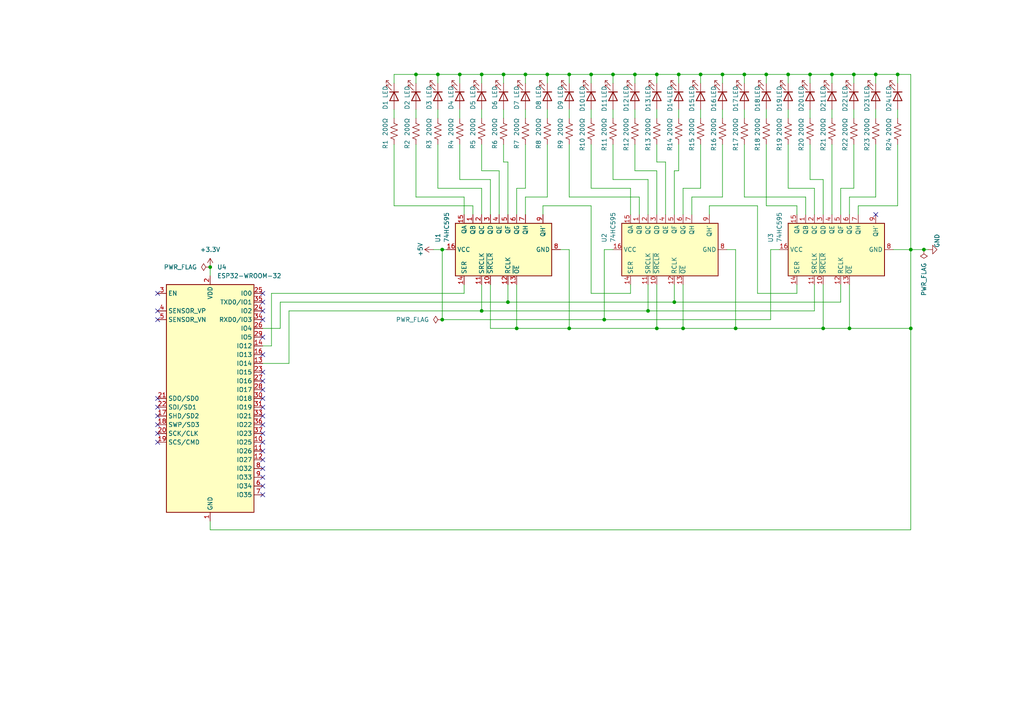
<source format=kicad_sch>
(kicad_sch (version 20211123) (generator eeschema)
  (paper "A4")
  (title_block (date "2024-01-21") (rev "1.0"))
  (lib_symbols
    (symbol "74xx:74HC595"
      (property "Reference" "U" (at -7.62 13.97 0))
      (property "Value" "74HC595" (at -7.62 -16.51 0))
      (symbol "74HC595_1_0"
        (pin tri_state line (at 10.16 7.62 180) (length 2.54) (name "QB") (number "1"))
        (pin input line (at -10.16 2.54 0) (length 2.54) (name "~{SRCLR}") (number "10"))
        (pin input line (at -10.16 5.08 0) (length 2.54) (name "SRCLK") (number "11"))
        (pin input line (at -10.16 -2.54 0) (length 2.54) (name "RCLK") (number "12"))
        (pin input line (at -10.16 -5.08 0) (length 2.54) (name "~{OE}") (number "13"))
        (pin input line (at -10.16 10.16 0) (length 2.54) (name "SER") (number "14"))
        (pin tri_state line (at 10.16 10.16 180) (length 2.54) (name "QA") (number "15"))
        (pin power_in line (at 0 15.24 270) (length 2.54) (name "VCC") (number "16"))
        (pin tri_state line (at 10.16 5.08 180) (length 2.54) (name "QC") (number "2"))
        (pin tri_state line (at 10.16 2.54 180) (length 2.54) (name "QD") (number "3"))
        (pin tri_state line (at 10.16 0 180) (length 2.54) (name "QE") (number "4"))
        (pin tri_state line (at 10.16 -2.54 180) (length 2.54) (name "QF") (number "5"))
        (pin tri_state line (at 10.16 -5.08 180) (length 2.54) (name "QG") (number "6"))
        (pin tri_state line (at 10.16 -7.62 180) (length 2.54) (name "QH") (number "7"))
        (pin power_in line (at 0 -17.78 90) (length 2.54) (name "GND") (number "8"))
        (pin output line (at 10.16 -12.7 180) (length 2.54) (name "QH'") (number "9"))
      )
      (symbol "74HC595_1_1"
        (rectangle (start -7.62 12.7) (end 7.62 -15.24) (stroke (width 0.254)) (fill (type background)))
      )
    )
    (symbol "Device:LED" (pin_numbers hide) (pin_names (offset 1.016) hide)
      (property "Reference" "D" (at 0 2.54 0))
      (property "Value" "LED" (at 0 -2.54 0))
      (symbol "LED_0_1"
        (polyline (pts (xy -1.27 -1.27) (xy -1.27 1.27)) (stroke (width 0.254)))
        (polyline (pts (xy -1.27 0) (xy 1.27 0)))
        (polyline (pts (xy 1.27 -1.27) (xy 1.27 1.27) (xy -1.27 0) (xy 1.27 -1.27)) (stroke (width 0.254)))
        (polyline (pts (xy -3.048 -0.762) (xy -4.572 -2.286) (xy -3.81 -2.286) (xy -4.572 -2.286) (xy -4.572 -1.524)))
        (polyline (pts (xy -1.778 -0.762) (xy -3.302 -2.286) (xy -2.54 -2.286) (xy -3.302 -2.286) (xy -3.302 -1.524)))
      )
      (symbol "LED_1_1"
        (pin passive line (at -3.81 0 0) (length 2.54) (name "K") (number "1"))
        (pin passive line (at 3.81 0 180) (length 2.54) (name "A") (number "2"))
      )
    )
    (symbol "Device:R_US" (pin_numbers hide) (pin_names (offset 0))
      (property "Reference" "R" (at 2.54 0 90))
      (property "Value" "R_US" (at -2.54 0 90))
      (symbol "R_US_0_1"
        (polyline (pts (xy 0 -2.286) (xy 0 -2.54)))
        (polyline (pts (xy 0 2.286) (xy 0 2.54)))
        (polyline (pts (xy 0 -0.762) (xy 1.016 -1.143) (xy 0 -1.524) (xy -1.016 -1.905) (xy 0 -2.286)))
        (polyline (pts (xy 0 0.762) (xy 1.016 0.381) (xy 0 0) (xy -1.016 -0.381) (xy 0 -0.762)))
        (polyline (pts (xy 0 2.286) (xy 1.016 1.905) (xy 0 1.524) (xy -1.016 1.143) (xy 0 0.762)))
      )
      (symbol "R_US_1_1"
        (pin passive line (at 0 3.81 270) (length 1.27) (name "~") (number "1"))
        (pin passive line (at 0 -3.81 90) (length 1.27) (name "~") (number "2"))
      )
    )
    (symbol "RF_Module:ESP32-WROOM-32"
      (property "Reference" "U" (at -12.7 34.29 0))
      (property "Value" "ESP32-WROOM-32" (at 1.27 34.29 0))
      (symbol "ESP32-WROOM-32_0_1"
        (rectangle (start -12.7 33.02) (end 12.7 -33.02) (stroke (width 0.254)) (fill (type background)))
      )
      (symbol "ESP32-WROOM-32_1_1"
        (pin power_in line (at 0 -35.56 90) (length 2.54) (name "GND") (number "1"))
        (pin bidirectional line (at 15.24 -12.7 180) (length 2.54) (name "IO25") (number "10"))
        (pin bidirectional line (at 15.24 -15.24 180) (length 2.54) (name "IO26") (number "11"))
        (pin bidirectional line (at 15.24 -17.78 180) (length 2.54) (name "IO27") (number "12"))
        (pin bidirectional line (at 15.24 10.16 180) (length 2.54) (name "IO14") (number "13"))
        (pin bidirectional line (at 15.24 15.24 180) (length 2.54) (name "IO12") (number "14"))
        (pin passive line (at 0 -35.56 90) (length 2.54) hide (name "GND") (number "15"))
        (pin bidirectional line (at 15.24 12.7 180) (length 2.54) (name "IO13") (number "16"))
        (pin bidirectional line (at -15.24 -5.08 0) (length 2.54) (name "SHD/SD2") (number "17"))
        (pin bidirectional line (at -15.24 -7.62 0) (length 2.54) (name "SWP/SD3") (number "18"))
        (pin bidirectional line (at -15.24 -12.7 0) (length 2.54) (name "SCS/CMD") (number "19"))
        (pin power_in line (at 0 35.56 270) (length 2.54) (name "VDD") (number "2"))
        (pin bidirectional line (at -15.24 -10.16 0) (length 2.54) (name "SCK/CLK") (number "20"))
        (pin bidirectional line (at -15.24 0 0) (length 2.54) (name "SDO/SD0") (number "21"))
        (pin bidirectional line (at -15.24 -2.54 0) (length 2.54) (name "SDI/SD1") (number "22"))
        (pin bidirectional line (at 15.24 7.62 180) (length 2.54) (name "IO15") (number "23"))
        (pin bidirectional line (at 15.24 25.4 180) (length 2.54) (name "IO2") (number "24"))
        (pin bidirectional line (at 15.24 30.48 180) (length 2.54) (name "IO0") (number "25"))
        (pin bidirectional line (at 15.24 20.32 180) (length 2.54) (name "IO4") (number "26"))
        (pin bidirectional line (at 15.24 5.08 180) (length 2.54) (name "IO16") (number "27"))
        (pin bidirectional line (at 15.24 2.54 180) (length 2.54) (name "IO17") (number "28"))
        (pin bidirectional line (at 15.24 17.78 180) (length 2.54) (name "IO5") (number "29"))
        (pin input line (at -15.24 30.48 0) (length 2.54) (name "EN") (number "3"))
        (pin bidirectional line (at 15.24 0 180) (length 2.54) (name "IO18") (number "30"))
        (pin bidirectional line (at 15.24 -2.54 180) (length 2.54) (name "IO19") (number "31"))
        (pin no_connect line (at -12.7 -27.94 0) (length 2.54) hide (name "NC") (number "32"))
        (pin bidirectional line (at 15.24 -5.08 180) (length 2.54) (name "IO21") (number "33"))
        (pin bidirectional line (at 15.24 22.86 180) (length 2.54) (name "RXD0/IO3") (number "34"))
        (pin bidirectional line (at 15.24 27.94 180) (length 2.54) (name "TXD0/IO1") (number "35"))
        (pin bidirectional line (at 15.24 -7.62 180) (length 2.54) (name "IO22") (number "36"))
        (pin bidirectional line (at 15.24 -10.16 180) (length 2.54) (name "IO23") (number "37"))
        (pin passive line (at 0 -35.56 90) (length 2.54) hide (name "GND") (number "38"))
        (pin passive line (at 0 -35.56 90) (length 2.54) hide (name "GND") (number "39"))
        (pin input line (at -15.24 25.4 0) (length 2.54) (name "SENSOR_VP") (number "4"))
        (pin input line (at -15.24 22.86 0) (length 2.54) (name "SENSOR_VN") (number "5"))
        (pin input line (at 15.24 -25.4 180) (length 2.54) (name "IO34") (number "6"))
        (pin input line (at 15.24 -27.94 180) (length 2.54) (name "IO35") (number "7"))
        (pin bidirectional line (at 15.24 -20.32 180) (length 2.54) (name "IO32") (number "8"))
        (pin bidirectional line (at 15.24 -22.86 180) (length 2.54) (name "IO33") (number "9"))
      )
    )
    (symbol "power:+3.3V" (power) (pin_names (offset 0))
      (property "Value" "+3.3V" (at 0 3.556 0))
      (symbol "+3.3V_0_1"
        (polyline (pts (xy -0.762 1.27) (xy 0 2.54)))
        (polyline (pts (xy 0 0) (xy 0 2.54)))
        (polyline (pts (xy 0 2.54) (xy 0.762 1.27)))
      )
      (symbol "+3.3V_1_1"
        (pin power_in line (at 0 0 90) (length 0) hide (name "+3.3V") (number "1"))
      )
    )
    (symbol "power:+5V" (power) (pin_names (offset 0))
      (property "Value" "+5V" (at 0 3.556 0))
      (symbol "+5V_0_1"
        (polyline (pts (xy -0.762 1.27) (xy 0 2.54)))
        (polyline (pts (xy 0 0) (xy 0 2.54)))
        (polyline (pts (xy 0 2.54) (xy 0.762 1.27)))
      )
      (symbol "+5V_1_1"
        (pin power_in line (at 0 0 90) (length 0) hide (name "+5V") (number "1"))
      )
    )
    (symbol "power:GND" (power) (pin_names (offset 0))
      (property "Value" "GND" (at 0 -3.81 0))
      (symbol "GND_0_1"
        (polyline (pts (xy 0 0) (xy 0 -1.27) (xy 1.27 -1.27) (xy 0 -2.54) (xy -1.27 -1.27) (xy 0 -1.27)))
      )
      (symbol "GND_1_1"
        (pin power_in line (at 0 0 270) (length 0) hide (name "GND") (number "1"))
      )
    )
    (symbol "power:PWR_FLAG" (power) (pin_numbers hide) (pin_names (offset 0) hide)
      (property "Value" "PWR_FLAG" (at 0 3.81 0))
      (symbol "PWR_FLAG_0_0"
        (pin power_out line (at 0 0 90) (length 0) (name "pwr") (number "1"))
      )
      (symbol "PWR_FLAG_0_1"
        (polyline (pts (xy 0 0) (xy 0 1.27) (xy -1.016 1.905) (xy 0 2.54) (xy 1.016 1.905) (xy 0 1.27)))
      )
    )
  )
  (junction (at 139.7 90.17))
  (junction (at 254 21.59))
  (junction (at 133.35 21.59))
  (junction (at 175.26 92.71))
  (junction (at 139.7 21.59))
  (junction (at 146.05 21.59))
  (junction (at 241.3 21.59))
  (junction (at 195.58 87.63))
  (junction (at 222.25 21.59))
  (junction (at 190.5 21.59))
  (junction (at 149.86 95.25))
  (junction (at 120.65 21.59))
  (junction (at 171.45 21.59))
  (junction (at 127 21.59))
  (junction (at 215.9 21.59))
  (junction (at 228.6 21.59))
  (junction (at 264.16 72.39))
  (junction (at 213.36 95.25))
  (junction (at 128.27 92.71))
  (junction (at 177.8 21.59))
  (junction (at 165.1 95.25))
  (junction (at 158.75 21.59))
  (junction (at 267.97 72.39))
  (junction (at 190.5 95.25))
  (junction (at 147.32 87.63))
  (junction (at 184.15 21.59))
  (junction (at 209.55 21.59))
  (junction (at 247.65 21.59))
  (junction (at 260.35 21.59))
  (junction (at 203.2 21.59))
  (junction (at 246.38 95.25))
  (junction (at 198.12 95.25))
  (junction (at 152.4 21.59))
  (junction (at 165.1 21.59))
  (junction (at 60.96 77.47))
  (junction (at 187.96 90.17))
  (junction (at 128.27 72.39))
  (junction (at 234.95 21.59))
  (junction (at 264.16 95.25))
  (junction (at 196.85 21.59))
  (junction (at 238.76 95.25))
  (no_connect (at 76.2 113.03))
  (no_connect (at 254 62.23))
  (no_connect (at 45.72 115.57))
  (no_connect (at 76.2 90.17))
  (no_connect (at 45.72 92.71))
  (no_connect (at 76.2 118.11))
  (no_connect (at 76.2 133.35))
  (no_connect (at 76.2 85.09))
  (no_connect (at 45.72 123.19))
  (no_connect (at 45.72 125.73))
  (no_connect (at 76.2 135.89))
  (no_connect (at 76.2 138.43))
  (no_connect (at 45.72 85.09))
  (no_connect (at 76.2 87.63))
  (no_connect (at 76.2 110.49))
  (no_connect (at 76.2 130.81))
  (no_connect (at 76.2 107.95))
  (no_connect (at 76.2 128.27))
  (no_connect (at 45.72 118.11))
  (no_connect (at 45.72 120.65))
  (no_connect (at 45.72 90.17))
  (no_connect (at 76.2 123.19))
  (no_connect (at 76.2 125.73))
  (no_connect (at 76.2 140.97))
  (no_connect (at 76.2 97.79))
  (no_connect (at 76.2 102.87))
  (no_connect (at 76.2 115.57))
  (no_connect (at 76.2 143.51))
  (no_connect (at 76.2 92.71))
  (no_connect (at 45.72 128.27))
  (no_connect (at 76.2 120.65))
  (wire (pts (xy 223.52 72.39) (xy 226.06 72.39)))
  (wire (pts (xy 190.5 46.99) (xy 190.5 41.91)))
  (wire (pts (xy 234.95 52.07) (xy 234.95 41.91)))
  (wire (pts (xy 185.42 62.23) (xy 185.42 57.15)))
  (wire (pts (xy 152.4 34.29) (xy 152.4 31.75)))
  (wire (pts (xy 147.32 46.99) (xy 146.05 46.99)))
  (wire (pts (xy 127 21.59) (xy 133.35 21.59)))
  (wire (pts (xy 114.3 24.13) (xy 114.3 21.59)))
  (wire (pts (xy 60.96 77.47) (xy 60.96 80.01)))
  (wire (pts (xy 152.4 57.15) (xy 158.75 57.15)))
  (wire (pts (xy 243.84 87.63) (xy 243.84 82.55)))
  (wire (pts (xy 233.68 62.23) (xy 233.68 57.15)))
  (wire (pts (xy 267.97 72.39) (xy 269.24 72.39)))
  (wire (pts (xy 177.8 34.29) (xy 177.8 31.75)))
  (wire (pts (xy 127 34.29) (xy 127 31.75)))
  (wire (pts (xy 149.86 95.25) (xy 165.1 95.25)))
  (wire (pts (xy 246.38 95.25) (xy 264.16 95.25)))
  (wire (pts (xy 223.52 72.39) (xy 223.52 92.71)))
  (wire (pts (xy 177.8 52.07) (xy 177.8 41.91)))
  (wire (pts (xy 171.45 54.61) (xy 171.45 41.91)))
  (wire (pts (xy 171.45 85.09) (xy 171.45 59.69)))
  (wire (pts (xy 190.5 95.25) (xy 198.12 95.25)))
  (wire (pts (xy 144.78 62.23) (xy 144.78 49.53)))
  (wire (pts (xy 147.32 87.63) (xy 81.28 87.63)))
  (wire (pts (xy 195.58 87.63) (xy 195.58 82.55)))
  (wire (pts (xy 234.95 21.59) (xy 241.3 21.59)))
  (wire (pts (xy 158.75 34.29) (xy 158.75 31.75)))
  (wire (pts (xy 215.9 57.15) (xy 215.9 41.91)))
  (wire (pts (xy 241.3 21.59) (xy 247.65 21.59)))
  (wire (pts (xy 198.12 95.25) (xy 213.36 95.25)))
  (wire (pts (xy 231.14 85.09) (xy 231.14 82.55)))
  (wire (pts (xy 234.95 24.13) (xy 234.95 21.59)))
  (wire (pts (xy 134.62 62.23) (xy 134.62 57.15)))
  (wire (pts (xy 264.16 95.25) (xy 264.16 72.39)))
  (wire (pts (xy 134.62 85.09) (xy 78.74 85.09)))
  (wire (pts (xy 241.3 62.23) (xy 241.3 41.91)))
  (wire (pts (xy 264.16 72.39) (xy 264.16 21.59)))
  (wire (pts (xy 213.36 72.39) (xy 213.36 95.25)))
  (wire (pts (xy 175.26 72.39) (xy 175.26 92.71)))
  (wire (pts (xy 264.16 153.67) (xy 60.96 153.67)))
  (wire (pts (xy 142.24 52.07) (xy 133.35 52.07)))
  (wire (pts (xy 243.84 54.61) (xy 247.65 54.61)))
  (wire (pts (xy 187.96 90.17) (xy 236.22 90.17)))
  (wire (pts (xy 165.1 24.13) (xy 165.1 21.59)))
  (wire (pts (xy 146.05 46.99) (xy 146.05 41.91)))
  (wire (pts (xy 114.3 59.69) (xy 114.3 41.91)))
  (wire (pts (xy 209.55 34.29) (xy 209.55 31.75)))
  (wire (pts (xy 149.86 62.23) (xy 149.86 54.61)))
  (wire (pts (xy 236.22 90.17) (xy 236.22 82.55)))
  (wire (pts (xy 147.32 87.63) (xy 195.58 87.63)))
  (wire (pts (xy 144.78 49.53) (xy 139.7 49.53)))
  (wire (pts (xy 157.48 59.69) (xy 157.48 62.23)))
  (wire (pts (xy 215.9 24.13) (xy 215.9 21.59)))
  (wire (pts (xy 247.65 21.59) (xy 254 21.59)))
  (wire (pts (xy 147.32 82.55) (xy 147.32 87.63)))
  (wire (pts (xy 196.85 34.29) (xy 196.85 31.75)))
  (wire (pts (xy 190.5 21.59) (xy 196.85 21.59)))
  (wire (pts (xy 228.6 54.61) (xy 228.6 41.91)))
  (wire (pts (xy 139.7 90.17) (xy 83.82 90.17)))
  (wire (pts (xy 205.74 59.69) (xy 219.71 59.69)))
  (wire (pts (xy 120.65 34.29) (xy 120.65 31.75)))
  (wire (pts (xy 120.65 21.59) (xy 127 21.59)))
  (wire (pts (xy 260.35 24.13) (xy 260.35 21.59)))
  (wire (pts (xy 190.5 82.55) (xy 190.5 95.25)))
  (wire (pts (xy 236.22 54.61) (xy 228.6 54.61)))
  (wire (pts (xy 120.65 57.15) (xy 120.65 41.91)))
  (wire (pts (xy 81.28 87.63) (xy 81.28 95.25)))
  (wire (pts (xy 246.38 57.15) (xy 254 57.15)))
  (wire (pts (xy 139.7 90.17) (xy 187.96 90.17)))
  (wire (pts (xy 83.82 90.17) (xy 83.82 105.41)))
  (wire (pts (xy 133.35 21.59) (xy 139.7 21.59)))
  (wire (pts (xy 190.5 24.13) (xy 190.5 21.59)))
  (wire (pts (xy 234.95 34.29) (xy 234.95 31.75)))
  (wire (pts (xy 142.24 62.23) (xy 142.24 52.07)))
  (wire (pts (xy 184.15 34.29) (xy 184.15 31.75)))
  (wire (pts (xy 171.45 34.29) (xy 171.45 31.75)))
  (wire (pts (xy 195.58 49.53) (xy 196.85 49.53)))
  (wire (pts (xy 228.6 34.29) (xy 228.6 31.75)))
  (wire (pts (xy 190.5 49.53) (xy 184.15 49.53)))
  (wire (pts (xy 175.26 92.71) (xy 223.52 92.71)))
  (wire (pts (xy 184.15 49.53) (xy 184.15 41.91)))
  (wire (pts (xy 114.3 34.29) (xy 114.3 31.75)))
  (wire (pts (xy 203.2 21.59) (xy 209.55 21.59)))
  (wire (pts (xy 152.4 24.13) (xy 152.4 21.59)))
  (wire (pts (xy 198.12 54.61) (xy 203.2 54.61)))
  (wire (pts (xy 195.58 62.23) (xy 195.58 49.53)))
  (wire (pts (xy 241.3 24.13) (xy 241.3 21.59)))
  (wire (pts (xy 222.25 24.13) (xy 222.25 21.59)))
  (wire (pts (xy 196.85 49.53) (xy 196.85 41.91)))
  (wire (pts (xy 147.32 62.23) (xy 147.32 46.99)))
  (wire (pts (xy 238.76 95.25) (xy 246.38 95.25)))
  (wire (pts (xy 254 57.15) (xy 254 41.91)))
  (wire (pts (xy 254 34.29) (xy 254 31.75)))
  (wire (pts (xy 133.35 52.07) (xy 133.35 41.91)))
  (wire (pts (xy 231.14 59.69) (xy 222.25 59.69)))
  (wire (pts (xy 175.26 92.71) (xy 128.27 92.71)))
  (wire (pts (xy 203.2 34.29) (xy 203.2 31.75)))
  (wire (pts (xy 210.82 72.39) (xy 213.36 72.39)))
  (wire (pts (xy 215.9 34.29) (xy 215.9 31.75)))
  (wire (pts (xy 162.56 72.39) (xy 165.1 72.39)))
  (wire (pts (xy 146.05 21.59) (xy 152.4 21.59)))
  (wire (pts (xy 264.16 95.25) (xy 264.16 153.67)))
  (wire (pts (xy 259.08 72.39) (xy 264.16 72.39)))
  (wire (pts (xy 190.5 62.23) (xy 190.5 49.53)))
  (wire (pts (xy 236.22 62.23) (xy 236.22 54.61)))
  (wire (pts (xy 139.7 49.53) (xy 139.7 41.91)))
  (wire (pts (xy 203.2 54.61) (xy 203.2 41.91)))
  (wire (pts (xy 133.35 24.13) (xy 133.35 21.59)))
  (wire (pts (xy 125.73 72.39) (xy 128.27 72.39)))
  (wire (pts (xy 228.6 21.59) (xy 234.95 21.59)))
  (wire (pts (xy 146.05 34.29) (xy 146.05 31.75)))
  (wire (pts (xy 158.75 57.15) (xy 158.75 41.91)))
  (wire (pts (xy 260.35 59.69) (xy 260.35 41.91)))
  (wire (pts (xy 78.74 85.09) (xy 78.74 100.33)))
  (wire (pts (xy 254 24.13) (xy 254 21.59)))
  (wire (pts (xy 248.92 59.69) (xy 260.35 59.69)))
  (wire (pts (xy 139.7 54.61) (xy 127 54.61)))
  (wire (pts (xy 114.3 21.59) (xy 120.65 21.59)))
  (wire (pts (xy 139.7 62.23) (xy 139.7 54.61)))
  (wire (pts (xy 209.55 57.15) (xy 209.55 41.91)))
  (wire (pts (xy 264.16 72.39) (xy 267.97 72.39)))
  (wire (pts (xy 149.86 54.61) (xy 152.4 54.61)))
  (wire (pts (xy 78.74 100.33) (xy 76.2 100.33)))
  (wire (pts (xy 222.25 21.59) (xy 228.6 21.59)))
  (wire (pts (xy 182.88 82.55) (xy 182.88 85.09)))
  (wire (pts (xy 182.88 62.23) (xy 182.88 54.61)))
  (wire (pts (xy 152.4 21.59) (xy 158.75 21.59)))
  (wire (pts (xy 228.6 24.13) (xy 228.6 21.59)))
  (wire (pts (xy 198.12 62.23) (xy 198.12 54.61)))
  (wire (pts (xy 171.45 21.59) (xy 177.8 21.59)))
  (wire (pts (xy 185.42 57.15) (xy 165.1 57.15)))
  (wire (pts (xy 158.75 21.59) (xy 165.1 21.59)))
  (wire (pts (xy 165.1 21.59) (xy 171.45 21.59)))
  (wire (pts (xy 165.1 95.25) (xy 190.5 95.25)))
  (wire (pts (xy 177.8 21.59) (xy 184.15 21.59)))
  (wire (pts (xy 171.45 59.69) (xy 157.48 59.69)))
  (wire (pts (xy 127 24.13) (xy 127 21.59)))
  (wire (pts (xy 219.71 59.69) (xy 219.71 85.09)))
  (wire (pts (xy 260.35 34.29) (xy 260.35 31.75)))
  (wire (pts (xy 196.85 21.59) (xy 203.2 21.59)))
  (wire (pts (xy 76.2 95.25) (xy 81.28 95.25)))
  (wire (pts (xy 209.55 24.13) (xy 209.55 21.59)))
  (wire (pts (xy 190.5 34.29) (xy 190.5 31.75)))
  (wire (pts (xy 146.05 24.13) (xy 146.05 21.59)))
  (wire (pts (xy 184.15 21.59) (xy 190.5 21.59)))
  (wire (pts (xy 247.65 24.13) (xy 247.65 21.59)))
  (wire (pts (xy 231.14 62.23) (xy 231.14 59.69)))
  (wire (pts (xy 215.9 57.15) (xy 233.68 57.15)))
  (wire (pts (xy 196.85 24.13) (xy 196.85 21.59)))
  (wire (pts (xy 149.86 82.55) (xy 149.86 95.25)))
  (wire (pts (xy 184.15 24.13) (xy 184.15 21.59)))
  (wire (pts (xy 127 54.61) (xy 127 41.91)))
  (wire (pts (xy 137.16 62.23) (xy 137.16 59.69)))
  (wire (pts (xy 139.7 82.55) (xy 139.7 90.17)))
  (wire (pts (xy 247.65 34.29) (xy 247.65 31.75)))
  (wire (pts (xy 246.38 82.55) (xy 246.38 95.25)))
  (wire (pts (xy 83.82 105.41) (xy 76.2 105.41)))
  (wire (pts (xy 152.4 62.23) (xy 152.4 57.15)))
  (wire (pts (xy 134.62 57.15) (xy 120.65 57.15)))
  (wire (pts (xy 128.27 72.39) (xy 129.54 72.39)))
  (wire (pts (xy 158.75 24.13) (xy 158.75 21.59)))
  (wire (pts (xy 142.24 95.25) (xy 149.86 95.25)))
  (wire (pts (xy 128.27 92.71) (xy 128.27 72.39)))
  (wire (pts (xy 243.84 62.23) (xy 243.84 54.61)))
  (wire (pts (xy 137.16 59.69) (xy 114.3 59.69)))
  (wire (pts (xy 254 21.59) (xy 260.35 21.59)))
  (wire (pts (xy 165.1 72.39) (xy 165.1 95.25)))
  (wire (pts (xy 215.9 21.59) (xy 222.25 21.59)))
  (wire (pts (xy 165.1 57.15) (xy 165.1 41.91)))
  (wire (pts (xy 139.7 21.59) (xy 146.05 21.59)))
  (wire (pts (xy 139.7 34.29) (xy 139.7 31.75)))
  (wire (pts (xy 134.62 82.55) (xy 134.62 85.09)))
  (wire (pts (xy 120.65 24.13) (xy 120.65 21.59)))
  (wire (pts (xy 187.96 90.17) (xy 187.96 82.55)))
  (wire (pts (xy 238.76 52.07) (xy 234.95 52.07)))
  (wire (pts (xy 222.25 59.69) (xy 222.25 41.91)))
  (wire (pts (xy 171.45 24.13) (xy 171.45 21.59)))
  (wire (pts (xy 219.71 85.09) (xy 231.14 85.09)))
  (wire (pts (xy 222.25 34.29) (xy 222.25 31.75)))
  (wire (pts (xy 264.16 21.59) (xy 260.35 21.59)))
  (wire (pts (xy 182.88 54.61) (xy 171.45 54.61)))
  (wire (pts (xy 193.04 46.99) (xy 190.5 46.99)))
  (wire (pts (xy 139.7 24.13) (xy 139.7 21.59)))
  (wire (pts (xy 205.74 62.23) (xy 205.74 59.69)))
  (wire (pts (xy 177.8 52.07) (xy 187.96 52.07)))
  (wire (pts (xy 200.66 57.15) (xy 209.55 57.15)))
  (wire (pts (xy 238.76 62.23) (xy 238.76 52.07)))
  (wire (pts (xy 209.55 21.59) (xy 215.9 21.59)))
  (wire (pts (xy 193.04 62.23) (xy 193.04 46.99)))
  (wire (pts (xy 246.38 62.23) (xy 246.38 57.15)))
  (wire (pts (xy 187.96 62.23) (xy 187.96 52.07)))
  (wire (pts (xy 195.58 87.63) (xy 243.84 87.63)))
  (wire (pts (xy 248.92 62.23) (xy 248.92 59.69)))
  (wire (pts (xy 203.2 24.13) (xy 203.2 21.59)))
  (wire (pts (xy 133.35 34.29) (xy 133.35 31.75)))
  (wire (pts (xy 152.4 54.61) (xy 152.4 41.91)))
  (wire (pts (xy 60.96 153.67) (xy 60.96 151.13)))
  (wire (pts (xy 177.8 72.39) (xy 175.26 72.39)))
  (wire (pts (xy 200.66 62.23) (xy 200.66 57.15)))
  (wire (pts (xy 165.1 34.29) (xy 165.1 31.75)))
  (wire (pts (xy 182.88 85.09) (xy 171.45 85.09)))
  (wire (pts (xy 241.3 34.29) (xy 241.3 31.75)))
  (wire (pts (xy 177.8 24.13) (xy 177.8 21.59)))
  (wire (pts (xy 247.65 54.61) (xy 247.65 41.91)))
  (wire (pts (xy 238.76 82.55) (xy 238.76 95.25)))
  (wire (pts (xy 142.24 82.55) (xy 142.24 95.25)))
  (wire (pts (xy 213.36 95.25) (xy 238.76 95.25)))
  (wire (pts (xy 198.12 82.55) (xy 198.12 95.25)))
  (symbol (lib_id "Device:LED") (at 184.15 27.94 270) (unit 1)
    (property "Reference" "D12" (at 181.61 30.48 0))
    (property "Value" "LED" (at 181.61 26.67 0))
  )
  (symbol (lib_id "Device:R_US") (at 260.35 38.1 180) (unit 1)
    (property "Reference" "R24" (at 257.81 41.91 90))
    (property "Value" "200Ω" (at 257.81 36.83 90))
  )
  (symbol (lib_id "Device:R_US") (at 215.9 38.1 180) (unit 1)
    (property "Reference" "R17" (at 213.36 41.91 90))
    (property "Value" "200Ω" (at 213.36 36.83 90))
  )
  (symbol (lib_id "Device:LED") (at 152.4 27.94 270) (unit 1)
    (property "Reference" "D7" (at 149.86 30.48 0))
    (property "Value" "LED" (at 149.86 26.67 0))
  )
  (symbol (lib_id "Device:LED") (at 215.9 27.94 270) (unit 1)
    (property "Reference" "D17" (at 213.36 30.48 0))
    (property "Value" "LED" (at 213.36 26.67 0))
  )
  (symbol (lib_id "Device:R_US") (at 234.95 38.1 180) (unit 1)
    (property "Reference" "R20" (at 232.41 41.91 90))
    (property "Value" "200Ω" (at 232.41 36.83 90))
  )
  (symbol (lib_id "Device:R_US") (at 196.85 38.1 180) (unit 1)
    (property "Reference" "R14" (at 194.31 41.91 90))
    (property "Value" "200Ω" (at 194.31 36.83 90))
  )
  (symbol (lib_id "Device:R_US") (at 209.55 38.1 180) (unit 1)
    (property "Reference" "R16" (at 207.01 41.91 90))
    (property "Value" "200Ω" (at 207.01 36.83 90))
  )
  (symbol (lib_id "Device:R_US") (at 184.15 38.1 180) (unit 1)
    (property "Reference" "R12" (at 181.61 41.91 90))
    (property "Value" "200Ω" (at 181.61 36.83 90))
  )
  (symbol (lib_id "Device:R_US") (at 146.05 38.1 180) (unit 1)
    (property "Reference" "R6" (at 143.51 41.91 90))
    (property "Value" "200Ω" (at 143.51 36.83 90))
  )
  (symbol (lib_id "Device:R_US") (at 177.8 38.1 180) (unit 1)
    (property "Reference" "R11" (at 175.26 41.91 90))
    (property "Value" "200Ω" (at 175.26 36.83 90))
  )
  (symbol (lib_id "Device:R_US") (at 171.45 38.1 180) (unit 1)
    (property "Reference" "R10" (at 168.91 41.91 90))
    (property "Value" "200Ω" (at 168.91 36.83 90))
  )
  (symbol (lib_id "Device:LED") (at 228.6 27.94 270) (unit 1)
    (property "Reference" "D19" (at 226.06 30.48 0))
    (property "Value" "LED" (at 226.06 26.67 0))
  )
  (symbol (lib_id "power:+3.3V") (at 60.96 77.47 0) (unit 1)
    (property "Reference" "#PWR0101" (effects hide))
    (property "Value" "+3.3V" (at 60.96 72.39 0))
  )
  (symbol (lib_id "Device:LED") (at 203.2 27.94 270) (unit 1)
    (property "Reference" "D15" (at 200.66 30.48 0))
    (property "Value" "LED" (at 200.66 26.67 0))
  )
  (symbol (lib_id "Device:LED") (at 146.05 27.94 270) (unit 1)
    (property "Reference" "D6" (at 143.51 30.48 0))
    (property "Value" "LED" (at 143.51 26.67 0))
  )
  (symbol (lib_id "Device:LED") (at 209.55 27.94 270) (unit 1)
    (property "Reference" "D16" (at 207.01 30.48 0))
    (property "Value" "LED" (at 207.01 26.67 0))
  )
  (symbol (lib_id "Device:R_US") (at 127 38.1 180) (unit 1)
    (property "Reference" "R3" (at 124.46 41.91 90))
    (property "Value" "200Ω" (at 124.46 36.83 90))
  )
  (symbol (lib_id "Device:R_US") (at 120.65 38.1 180) (unit 1)
    (property "Reference" "R2" (at 118.11 41.91 90))
    (property "Value" "200Ω" (at 118.11 36.83 90))
  )
  (symbol (lib_id "Device:R_US") (at 133.35 38.1 180) (unit 1)
    (property "Reference" "R4" (at 130.81 41.91 90))
    (property "Value" "200Ω" (at 130.81 36.83 90))
  )
  (symbol (lib_id "Device:LED") (at 165.1 27.94 270) (unit 1)
    (property "Reference" "D9" (at 162.56 30.48 0))
    (property "Value" "LED" (at 162.56 26.67 0))
  )
  (symbol (lib_id "power:PWR_FLAG") (at 267.97 72.39 180) (unit 1)
    (property "Reference" "#FLG01" (effects hide))
    (property "Value" "PWR_FLAG" (at 267.97 76.2 90) (effects (justify left)))
  )
  (symbol (lib_id "74xx:74HC595") (at 144.78 72.39 90) (unit 1)
    (property "Reference" "U1" (at 127 70.3706 0) (effects (justify left)))
    (property "Value" "74HC595" (at 129.54 70.3706 0) (effects (justify left)))
    (property "Datasheet" "http://www.ti.com/lit/ds/symlink/sn74hc595.pdf" (effects hide))
  )
  (symbol (lib_id "Device:R_US") (at 114.3 38.1 180) (unit 1)
    (property "Reference" "R1" (at 111.76 41.91 90))
    (property "Value" "200Ω" (at 111.76 36.83 90))
  )
  (symbol (lib_id "Device:R_US") (at 190.5 38.1 180) (unit 1)
    (property "Reference" "R13" (at 187.96 41.91 90))
    (property "Value" "200Ω" (at 187.96 36.83 90))
  )
  (symbol (lib_id "74xx:74HC595") (at 193.04 72.39 90) (unit 1)
    (property "Reference" "U2" (at 175.26 70.3706 0) (effects (justify left)))
    (property "Value" "74HC595" (at 177.8 70.3706 0) (effects (justify left)))
    (property "Datasheet" "http://www.ti.com/lit/ds/symlink/sn74hc595.pdf" (effects hide))
  )
  (symbol (lib_id "Device:LED") (at 177.8 27.94 270) (unit 1)
    (property "Reference" "D11" (at 175.26 30.48 0))
    (property "Value" "LED" (at 175.26 26.67 0))
  )
  (symbol (lib_id "Device:R_US") (at 203.2 38.1 180) (unit 1)
    (property "Reference" "R15" (at 200.66 41.91 90))
    (property "Value" "200Ω" (at 200.66 36.83 90))
  )
  (symbol (lib_id "power:GND") (at 269.24 72.39 90) (unit 1)
    (property "Reference" "#PWR08" (effects hide))
    (property "Value" "GND" (at 271.78 69.85 0))
  )
  (symbol (lib_id "Device:LED") (at 120.65 27.94 270) (unit 1)
    (property "Reference" "D2" (at 118.11 30.48 0))
    (property "Value" "LED" (at 118.11 26.67 0))
  )
  (symbol (lib_id "Device:R_US") (at 247.65 38.1 180) (unit 1)
    (property "Reference" "R22" (at 245.11 41.91 90))
    (property "Value" "200Ω" (at 245.11 36.83 90))
  )
  (symbol (lib_id "Device:LED") (at 234.95 27.94 270) (unit 1)
    (property "Reference" "D20" (at 232.41 30.48 0))
    (property "Value" "LED" (at 232.41 26.67 0))
  )
  (symbol (lib_id "Device:R_US") (at 165.1 38.1 180) (unit 1)
    (property "Reference" "R9" (at 162.56 41.91 90))
    (property "Value" "200Ω" (at 162.56 36.83 90))
  )
  (symbol (lib_id "power:+5V") (at 125.73 72.39 90) (unit 1)
    (property "Reference" "#PWR0102" (effects hide))
    (property "Value" "+5V" (at 121.92 72.39 0))
  )
  (symbol (lib_id "Device:R_US") (at 139.7 38.1 180) (unit 1)
    (property "Reference" "R5" (at 137.16 41.91 90))
    (property "Value" "200Ω" (at 137.16 36.83 90))
  )
  (symbol (lib_id "Device:LED") (at 133.35 27.94 270) (unit 1)
    (property "Reference" "D4" (at 130.81 30.48 0))
    (property "Value" "LED" (at 130.81 26.67 0))
  )
  (symbol (lib_id "Device:LED") (at 196.85 27.94 270) (unit 1)
    (property "Reference" "D14" (at 194.31 30.48 0))
    (property "Value" "LED" (at 194.31 26.67 0))
  )
  (symbol (lib_id "power:PWR_FLAG") (at 128.27 92.71 90) (unit 1)
    (property "Reference" "#FLG0101" (effects hide))
    (property "Value" "PWR_FLAG" (at 124.46 92.71 90) (effects (justify left)))
  )
  (symbol (lib_id "Device:R_US") (at 254 38.1 180) (unit 1)
    (property "Reference" "R23" (at 251.46 41.91 90))
    (property "Value" "200Ω" (at 251.46 36.83 90))
  )
  (symbol (lib_id "Device:LED") (at 247.65 27.94 270) (unit 1)
    (property "Reference" "D22" (at 245.11 30.48 0))
    (property "Value" "LED" (at 245.11 26.67 0))
  )
  (symbol (lib_id "power:PWR_FLAG") (at 60.96 77.47 90) (unit 1)
    (property "Reference" "#FLG0102" (effects hide))
    (property "Value" "PWR_FLAG" (at 57.15 77.47 90) (effects (justify left)))
  )
  (symbol (lib_id "RF_Module:ESP32-WROOM-32") (at 60.96 115.57 0) (unit 1)
    (property "Reference" "U4" (at 62.9794 77.47 0) (effects (justify left)))
    (property "Value" "ESP32-WROOM-32" (at 62.9794 80.01 0) (effects (justify left)))
    (property "Footprint" "RF_Module:ESP32-WROOM-32" (effects hide))
    (property "Datasheet" "https://www.espressif.com/sites/default/files/documentation/esp32-wroom-32_datasheet_en.pdf" (effects hide))
  )
  (symbol (lib_id "Device:LED") (at 241.3 27.94 270) (unit 1)
    (property "Reference" "D21" (at 238.76 30.48 0))
    (property "Value" "LED" (at 238.76 26.67 0))
  )
  (symbol (lib_id "Device:R_US") (at 241.3 38.1 180) (unit 1)
    (property "Reference" "R21" (at 238.76 41.91 90))
    (property "Value" "200Ω" (at 238.76 36.83 90))
  )
  (symbol (lib_id "Device:LED") (at 190.5 27.94 270) (unit 1)
    (property "Reference" "D13" (at 187.96 30.48 0))
    (property "Value" "LED" (at 187.96 26.67 0))
  )
  (symbol (lib_id "Device:R_US") (at 228.6 38.1 180) (unit 1)
    (property "Reference" "R19" (at 226.06 41.91 90))
    (property "Value" "200Ω" (at 226.06 36.83 90))
  )
  (symbol (lib_id "Device:R_US") (at 152.4 38.1 180) (unit 1)
    (property "Reference" "R7" (at 149.86 41.91 90))
    (property "Value" "200Ω" (at 149.86 36.83 90))
  )
  (symbol (lib_id "Device:LED") (at 260.35 27.94 270) (unit 1)
    (property "Reference" "D24" (at 257.81 30.48 0))
    (property "Value" "LED" (at 257.81 26.67 0))
  )
  (symbol (lib_id "Device:LED") (at 127 27.94 270) (unit 1)
    (property "Reference" "D3" (at 124.46 30.48 0))
    (property "Value" "LED" (at 124.46 26.67 0))
  )
  (symbol (lib_id "Device:LED") (at 158.75 27.94 270) (unit 1)
    (property "Reference" "D8" (at 156.21 30.48 0))
    (property "Value" "LED" (at 156.21 26.67 0))
  )
  (symbol (lib_id "Device:LED") (at 171.45 27.94 270) (unit 1)
    (property "Reference" "D10" (at 168.91 30.48 0))
    (property "Value" "LED" (at 168.91 26.67 0))
  )
  (symbol (lib_id "74xx:74HC595") (at 241.3 72.39 90) (unit 1)
    (property "Reference" "U3" (at 223.52 70.3706 0) (effects (justify left)))
    (property "Value" "74HC595" (at 226.06 70.3706 0) (effects (justify left)))
    (property "Datasheet" "http://www.ti.com/lit/ds/symlink/sn74hc595.pdf" (effects hide))
  )
  (symbol (lib_id "Device:LED") (at 114.3 27.94 270) (unit 1)
    (property "Reference" "D1" (at 111.76 30.48 0))
    (property "Value" "LED" (at 111.76 26.67 0))
  )
  (symbol (lib_id "Device:R_US") (at 158.75 38.1 180) (unit 1)
    (property "Reference" "R8" (at 156.21 41.91 90))
    (property "Value" "200Ω" (at 156.21 36.83 90))
  )
  (symbol (lib_id "Device:LED") (at 222.25 27.94 270) (unit 1)
    (property "Reference" "D18" (at 219.71 30.48 0))
    (property "Value" "LED" (at 219.71 26.67 0))
  )
  (symbol (lib_id "Device:LED") (at 254 27.94 270) (unit 1)
    (property "Reference" "D23" (at 251.46 30.48 0))
    (property "Value" "LED" (at 251.46 26.67 0))
  )
  (symbol (lib_id "Device:R_US") (at 222.25 38.1 180) (unit 1)
    (property "Reference" "R18" (at 219.71 41.91 90))
    (property "Value" "200Ω" (at 219.71 36.83 90))
  )
  (symbol (lib_id "Device:LED") (at 139.7 27.94 270) (unit 1)
    (property "Reference" "D5" (at 137.16 30.48 0))
    (property "Value" "LED" (at 137.16 26.67 0))
  )
)
</source>
